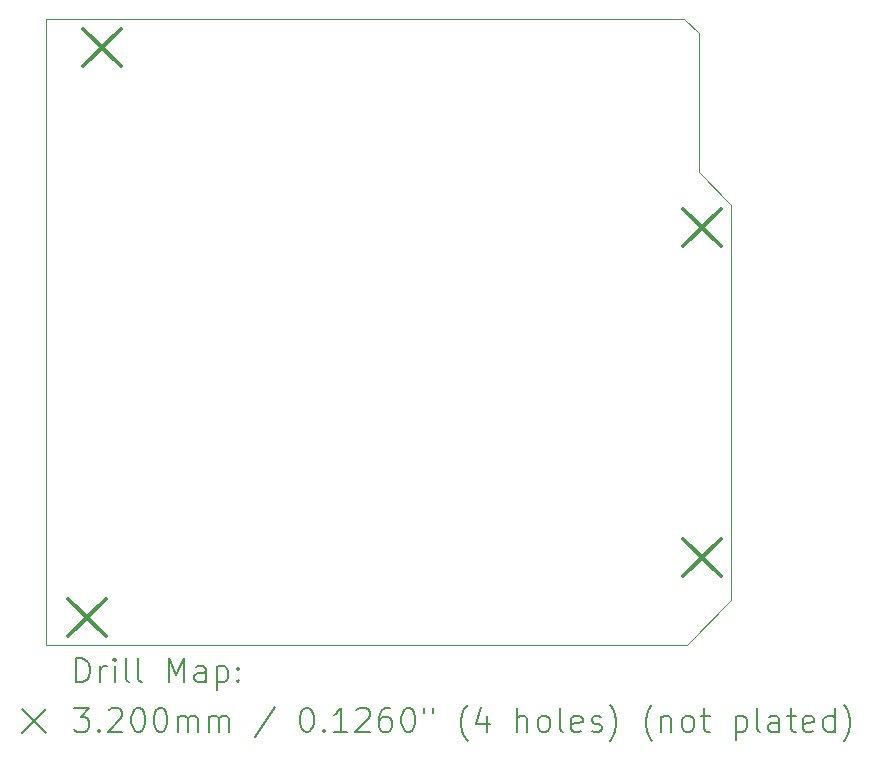
<source format=gbr>
%TF.GenerationSoftware,KiCad,Pcbnew,8.0.7+1*%
%TF.CreationDate,2025-02-19T15:00:17+01:00*%
%TF.ProjectId,ts14-arduino-shield,74733134-2d61-4726-9475-696e6f2d7368,rev?*%
%TF.SameCoordinates,Original*%
%TF.FileFunction,Drillmap*%
%TF.FilePolarity,Positive*%
%FSLAX45Y45*%
G04 Gerber Fmt 4.5, Leading zero omitted, Abs format (unit mm)*
G04 Created by KiCad (PCBNEW 8.0.7+1) date 2025-02-19 15:00:17*
%MOMM*%
%LPD*%
G01*
G04 APERTURE LIST*
%ADD10C,0.120000*%
%ADD11C,0.200000*%
%ADD12C,0.320000*%
G04 APERTURE END LIST*
D10*
X17525000Y-8300000D02*
X17800000Y-8575000D01*
X12000000Y-12300000D02*
X12000000Y-7000000D01*
X17425000Y-12300000D02*
X12000000Y-12300000D01*
X17400000Y-7000000D02*
X17525000Y-7125000D01*
X17800000Y-11925000D02*
X17425000Y-12300000D01*
X12000000Y-7000000D02*
X17400000Y-7000000D01*
X17800000Y-8575000D02*
X17800000Y-11925000D01*
X17525000Y-7125000D02*
X17525000Y-8300000D01*
D11*
D12*
X12184988Y-11910250D02*
X12504988Y-12230250D01*
X12504988Y-11910250D02*
X12184988Y-12230250D01*
X12311988Y-7084250D02*
X12631988Y-7404250D01*
X12631988Y-7084250D02*
X12311988Y-7404250D01*
X17391988Y-8608250D02*
X17711988Y-8928250D01*
X17711988Y-8608250D02*
X17391988Y-8928250D01*
X17391988Y-11402250D02*
X17711988Y-11722250D01*
X17711988Y-11402250D02*
X17391988Y-11722250D01*
D11*
X12254777Y-12617484D02*
X12254777Y-12417484D01*
X12254777Y-12417484D02*
X12302396Y-12417484D01*
X12302396Y-12417484D02*
X12330967Y-12427008D01*
X12330967Y-12427008D02*
X12350015Y-12446055D01*
X12350015Y-12446055D02*
X12359539Y-12465103D01*
X12359539Y-12465103D02*
X12369062Y-12503198D01*
X12369062Y-12503198D02*
X12369062Y-12531769D01*
X12369062Y-12531769D02*
X12359539Y-12569865D01*
X12359539Y-12569865D02*
X12350015Y-12588912D01*
X12350015Y-12588912D02*
X12330967Y-12607960D01*
X12330967Y-12607960D02*
X12302396Y-12617484D01*
X12302396Y-12617484D02*
X12254777Y-12617484D01*
X12454777Y-12617484D02*
X12454777Y-12484150D01*
X12454777Y-12522246D02*
X12464301Y-12503198D01*
X12464301Y-12503198D02*
X12473824Y-12493674D01*
X12473824Y-12493674D02*
X12492872Y-12484150D01*
X12492872Y-12484150D02*
X12511920Y-12484150D01*
X12578586Y-12617484D02*
X12578586Y-12484150D01*
X12578586Y-12417484D02*
X12569062Y-12427008D01*
X12569062Y-12427008D02*
X12578586Y-12436531D01*
X12578586Y-12436531D02*
X12588110Y-12427008D01*
X12588110Y-12427008D02*
X12578586Y-12417484D01*
X12578586Y-12417484D02*
X12578586Y-12436531D01*
X12702396Y-12617484D02*
X12683348Y-12607960D01*
X12683348Y-12607960D02*
X12673824Y-12588912D01*
X12673824Y-12588912D02*
X12673824Y-12417484D01*
X12807158Y-12617484D02*
X12788110Y-12607960D01*
X12788110Y-12607960D02*
X12778586Y-12588912D01*
X12778586Y-12588912D02*
X12778586Y-12417484D01*
X13035729Y-12617484D02*
X13035729Y-12417484D01*
X13035729Y-12417484D02*
X13102396Y-12560341D01*
X13102396Y-12560341D02*
X13169062Y-12417484D01*
X13169062Y-12417484D02*
X13169062Y-12617484D01*
X13350015Y-12617484D02*
X13350015Y-12512722D01*
X13350015Y-12512722D02*
X13340491Y-12493674D01*
X13340491Y-12493674D02*
X13321443Y-12484150D01*
X13321443Y-12484150D02*
X13283348Y-12484150D01*
X13283348Y-12484150D02*
X13264301Y-12493674D01*
X13350015Y-12607960D02*
X13330967Y-12617484D01*
X13330967Y-12617484D02*
X13283348Y-12617484D01*
X13283348Y-12617484D02*
X13264301Y-12607960D01*
X13264301Y-12607960D02*
X13254777Y-12588912D01*
X13254777Y-12588912D02*
X13254777Y-12569865D01*
X13254777Y-12569865D02*
X13264301Y-12550817D01*
X13264301Y-12550817D02*
X13283348Y-12541293D01*
X13283348Y-12541293D02*
X13330967Y-12541293D01*
X13330967Y-12541293D02*
X13350015Y-12531769D01*
X13445253Y-12484150D02*
X13445253Y-12684150D01*
X13445253Y-12493674D02*
X13464301Y-12484150D01*
X13464301Y-12484150D02*
X13502396Y-12484150D01*
X13502396Y-12484150D02*
X13521443Y-12493674D01*
X13521443Y-12493674D02*
X13530967Y-12503198D01*
X13530967Y-12503198D02*
X13540491Y-12522246D01*
X13540491Y-12522246D02*
X13540491Y-12579388D01*
X13540491Y-12579388D02*
X13530967Y-12598436D01*
X13530967Y-12598436D02*
X13521443Y-12607960D01*
X13521443Y-12607960D02*
X13502396Y-12617484D01*
X13502396Y-12617484D02*
X13464301Y-12617484D01*
X13464301Y-12617484D02*
X13445253Y-12607960D01*
X13626205Y-12598436D02*
X13635729Y-12607960D01*
X13635729Y-12607960D02*
X13626205Y-12617484D01*
X13626205Y-12617484D02*
X13616682Y-12607960D01*
X13616682Y-12607960D02*
X13626205Y-12598436D01*
X13626205Y-12598436D02*
X13626205Y-12617484D01*
X13626205Y-12493674D02*
X13635729Y-12503198D01*
X13635729Y-12503198D02*
X13626205Y-12512722D01*
X13626205Y-12512722D02*
X13616682Y-12503198D01*
X13616682Y-12503198D02*
X13626205Y-12493674D01*
X13626205Y-12493674D02*
X13626205Y-12512722D01*
X11794000Y-12846000D02*
X11994000Y-13046000D01*
X11994000Y-12846000D02*
X11794000Y-13046000D01*
X12235729Y-12837484D02*
X12359539Y-12837484D01*
X12359539Y-12837484D02*
X12292872Y-12913674D01*
X12292872Y-12913674D02*
X12321443Y-12913674D01*
X12321443Y-12913674D02*
X12340491Y-12923198D01*
X12340491Y-12923198D02*
X12350015Y-12932722D01*
X12350015Y-12932722D02*
X12359539Y-12951769D01*
X12359539Y-12951769D02*
X12359539Y-12999388D01*
X12359539Y-12999388D02*
X12350015Y-13018436D01*
X12350015Y-13018436D02*
X12340491Y-13027960D01*
X12340491Y-13027960D02*
X12321443Y-13037484D01*
X12321443Y-13037484D02*
X12264301Y-13037484D01*
X12264301Y-13037484D02*
X12245253Y-13027960D01*
X12245253Y-13027960D02*
X12235729Y-13018436D01*
X12445253Y-13018436D02*
X12454777Y-13027960D01*
X12454777Y-13027960D02*
X12445253Y-13037484D01*
X12445253Y-13037484D02*
X12435729Y-13027960D01*
X12435729Y-13027960D02*
X12445253Y-13018436D01*
X12445253Y-13018436D02*
X12445253Y-13037484D01*
X12530967Y-12856531D02*
X12540491Y-12847008D01*
X12540491Y-12847008D02*
X12559539Y-12837484D01*
X12559539Y-12837484D02*
X12607158Y-12837484D01*
X12607158Y-12837484D02*
X12626205Y-12847008D01*
X12626205Y-12847008D02*
X12635729Y-12856531D01*
X12635729Y-12856531D02*
X12645253Y-12875579D01*
X12645253Y-12875579D02*
X12645253Y-12894627D01*
X12645253Y-12894627D02*
X12635729Y-12923198D01*
X12635729Y-12923198D02*
X12521443Y-13037484D01*
X12521443Y-13037484D02*
X12645253Y-13037484D01*
X12769062Y-12837484D02*
X12788110Y-12837484D01*
X12788110Y-12837484D02*
X12807158Y-12847008D01*
X12807158Y-12847008D02*
X12816682Y-12856531D01*
X12816682Y-12856531D02*
X12826205Y-12875579D01*
X12826205Y-12875579D02*
X12835729Y-12913674D01*
X12835729Y-12913674D02*
X12835729Y-12961293D01*
X12835729Y-12961293D02*
X12826205Y-12999388D01*
X12826205Y-12999388D02*
X12816682Y-13018436D01*
X12816682Y-13018436D02*
X12807158Y-13027960D01*
X12807158Y-13027960D02*
X12788110Y-13037484D01*
X12788110Y-13037484D02*
X12769062Y-13037484D01*
X12769062Y-13037484D02*
X12750015Y-13027960D01*
X12750015Y-13027960D02*
X12740491Y-13018436D01*
X12740491Y-13018436D02*
X12730967Y-12999388D01*
X12730967Y-12999388D02*
X12721443Y-12961293D01*
X12721443Y-12961293D02*
X12721443Y-12913674D01*
X12721443Y-12913674D02*
X12730967Y-12875579D01*
X12730967Y-12875579D02*
X12740491Y-12856531D01*
X12740491Y-12856531D02*
X12750015Y-12847008D01*
X12750015Y-12847008D02*
X12769062Y-12837484D01*
X12959539Y-12837484D02*
X12978586Y-12837484D01*
X12978586Y-12837484D02*
X12997634Y-12847008D01*
X12997634Y-12847008D02*
X13007158Y-12856531D01*
X13007158Y-12856531D02*
X13016682Y-12875579D01*
X13016682Y-12875579D02*
X13026205Y-12913674D01*
X13026205Y-12913674D02*
X13026205Y-12961293D01*
X13026205Y-12961293D02*
X13016682Y-12999388D01*
X13016682Y-12999388D02*
X13007158Y-13018436D01*
X13007158Y-13018436D02*
X12997634Y-13027960D01*
X12997634Y-13027960D02*
X12978586Y-13037484D01*
X12978586Y-13037484D02*
X12959539Y-13037484D01*
X12959539Y-13037484D02*
X12940491Y-13027960D01*
X12940491Y-13027960D02*
X12930967Y-13018436D01*
X12930967Y-13018436D02*
X12921443Y-12999388D01*
X12921443Y-12999388D02*
X12911920Y-12961293D01*
X12911920Y-12961293D02*
X12911920Y-12913674D01*
X12911920Y-12913674D02*
X12921443Y-12875579D01*
X12921443Y-12875579D02*
X12930967Y-12856531D01*
X12930967Y-12856531D02*
X12940491Y-12847008D01*
X12940491Y-12847008D02*
X12959539Y-12837484D01*
X13111920Y-13037484D02*
X13111920Y-12904150D01*
X13111920Y-12923198D02*
X13121443Y-12913674D01*
X13121443Y-12913674D02*
X13140491Y-12904150D01*
X13140491Y-12904150D02*
X13169063Y-12904150D01*
X13169063Y-12904150D02*
X13188110Y-12913674D01*
X13188110Y-12913674D02*
X13197634Y-12932722D01*
X13197634Y-12932722D02*
X13197634Y-13037484D01*
X13197634Y-12932722D02*
X13207158Y-12913674D01*
X13207158Y-12913674D02*
X13226205Y-12904150D01*
X13226205Y-12904150D02*
X13254777Y-12904150D01*
X13254777Y-12904150D02*
X13273824Y-12913674D01*
X13273824Y-12913674D02*
X13283348Y-12932722D01*
X13283348Y-12932722D02*
X13283348Y-13037484D01*
X13378586Y-13037484D02*
X13378586Y-12904150D01*
X13378586Y-12923198D02*
X13388110Y-12913674D01*
X13388110Y-12913674D02*
X13407158Y-12904150D01*
X13407158Y-12904150D02*
X13435729Y-12904150D01*
X13435729Y-12904150D02*
X13454777Y-12913674D01*
X13454777Y-12913674D02*
X13464301Y-12932722D01*
X13464301Y-12932722D02*
X13464301Y-13037484D01*
X13464301Y-12932722D02*
X13473824Y-12913674D01*
X13473824Y-12913674D02*
X13492872Y-12904150D01*
X13492872Y-12904150D02*
X13521443Y-12904150D01*
X13521443Y-12904150D02*
X13540491Y-12913674D01*
X13540491Y-12913674D02*
X13550015Y-12932722D01*
X13550015Y-12932722D02*
X13550015Y-13037484D01*
X13940491Y-12827960D02*
X13769063Y-13085103D01*
X14197634Y-12837484D02*
X14216682Y-12837484D01*
X14216682Y-12837484D02*
X14235729Y-12847008D01*
X14235729Y-12847008D02*
X14245253Y-12856531D01*
X14245253Y-12856531D02*
X14254777Y-12875579D01*
X14254777Y-12875579D02*
X14264301Y-12913674D01*
X14264301Y-12913674D02*
X14264301Y-12961293D01*
X14264301Y-12961293D02*
X14254777Y-12999388D01*
X14254777Y-12999388D02*
X14245253Y-13018436D01*
X14245253Y-13018436D02*
X14235729Y-13027960D01*
X14235729Y-13027960D02*
X14216682Y-13037484D01*
X14216682Y-13037484D02*
X14197634Y-13037484D01*
X14197634Y-13037484D02*
X14178586Y-13027960D01*
X14178586Y-13027960D02*
X14169063Y-13018436D01*
X14169063Y-13018436D02*
X14159539Y-12999388D01*
X14159539Y-12999388D02*
X14150015Y-12961293D01*
X14150015Y-12961293D02*
X14150015Y-12913674D01*
X14150015Y-12913674D02*
X14159539Y-12875579D01*
X14159539Y-12875579D02*
X14169063Y-12856531D01*
X14169063Y-12856531D02*
X14178586Y-12847008D01*
X14178586Y-12847008D02*
X14197634Y-12837484D01*
X14350015Y-13018436D02*
X14359539Y-13027960D01*
X14359539Y-13027960D02*
X14350015Y-13037484D01*
X14350015Y-13037484D02*
X14340491Y-13027960D01*
X14340491Y-13027960D02*
X14350015Y-13018436D01*
X14350015Y-13018436D02*
X14350015Y-13037484D01*
X14550015Y-13037484D02*
X14435729Y-13037484D01*
X14492872Y-13037484D02*
X14492872Y-12837484D01*
X14492872Y-12837484D02*
X14473825Y-12866055D01*
X14473825Y-12866055D02*
X14454777Y-12885103D01*
X14454777Y-12885103D02*
X14435729Y-12894627D01*
X14626206Y-12856531D02*
X14635729Y-12847008D01*
X14635729Y-12847008D02*
X14654777Y-12837484D01*
X14654777Y-12837484D02*
X14702396Y-12837484D01*
X14702396Y-12837484D02*
X14721444Y-12847008D01*
X14721444Y-12847008D02*
X14730967Y-12856531D01*
X14730967Y-12856531D02*
X14740491Y-12875579D01*
X14740491Y-12875579D02*
X14740491Y-12894627D01*
X14740491Y-12894627D02*
X14730967Y-12923198D01*
X14730967Y-12923198D02*
X14616682Y-13037484D01*
X14616682Y-13037484D02*
X14740491Y-13037484D01*
X14911920Y-12837484D02*
X14873825Y-12837484D01*
X14873825Y-12837484D02*
X14854777Y-12847008D01*
X14854777Y-12847008D02*
X14845253Y-12856531D01*
X14845253Y-12856531D02*
X14826206Y-12885103D01*
X14826206Y-12885103D02*
X14816682Y-12923198D01*
X14816682Y-12923198D02*
X14816682Y-12999388D01*
X14816682Y-12999388D02*
X14826206Y-13018436D01*
X14826206Y-13018436D02*
X14835729Y-13027960D01*
X14835729Y-13027960D02*
X14854777Y-13037484D01*
X14854777Y-13037484D02*
X14892872Y-13037484D01*
X14892872Y-13037484D02*
X14911920Y-13027960D01*
X14911920Y-13027960D02*
X14921444Y-13018436D01*
X14921444Y-13018436D02*
X14930967Y-12999388D01*
X14930967Y-12999388D02*
X14930967Y-12951769D01*
X14930967Y-12951769D02*
X14921444Y-12932722D01*
X14921444Y-12932722D02*
X14911920Y-12923198D01*
X14911920Y-12923198D02*
X14892872Y-12913674D01*
X14892872Y-12913674D02*
X14854777Y-12913674D01*
X14854777Y-12913674D02*
X14835729Y-12923198D01*
X14835729Y-12923198D02*
X14826206Y-12932722D01*
X14826206Y-12932722D02*
X14816682Y-12951769D01*
X15054777Y-12837484D02*
X15073825Y-12837484D01*
X15073825Y-12837484D02*
X15092872Y-12847008D01*
X15092872Y-12847008D02*
X15102396Y-12856531D01*
X15102396Y-12856531D02*
X15111920Y-12875579D01*
X15111920Y-12875579D02*
X15121444Y-12913674D01*
X15121444Y-12913674D02*
X15121444Y-12961293D01*
X15121444Y-12961293D02*
X15111920Y-12999388D01*
X15111920Y-12999388D02*
X15102396Y-13018436D01*
X15102396Y-13018436D02*
X15092872Y-13027960D01*
X15092872Y-13027960D02*
X15073825Y-13037484D01*
X15073825Y-13037484D02*
X15054777Y-13037484D01*
X15054777Y-13037484D02*
X15035729Y-13027960D01*
X15035729Y-13027960D02*
X15026206Y-13018436D01*
X15026206Y-13018436D02*
X15016682Y-12999388D01*
X15016682Y-12999388D02*
X15007158Y-12961293D01*
X15007158Y-12961293D02*
X15007158Y-12913674D01*
X15007158Y-12913674D02*
X15016682Y-12875579D01*
X15016682Y-12875579D02*
X15026206Y-12856531D01*
X15026206Y-12856531D02*
X15035729Y-12847008D01*
X15035729Y-12847008D02*
X15054777Y-12837484D01*
X15197634Y-12837484D02*
X15197634Y-12875579D01*
X15273825Y-12837484D02*
X15273825Y-12875579D01*
X15569063Y-13113674D02*
X15559539Y-13104150D01*
X15559539Y-13104150D02*
X15540491Y-13075579D01*
X15540491Y-13075579D02*
X15530968Y-13056531D01*
X15530968Y-13056531D02*
X15521444Y-13027960D01*
X15521444Y-13027960D02*
X15511920Y-12980341D01*
X15511920Y-12980341D02*
X15511920Y-12942246D01*
X15511920Y-12942246D02*
X15521444Y-12894627D01*
X15521444Y-12894627D02*
X15530968Y-12866055D01*
X15530968Y-12866055D02*
X15540491Y-12847008D01*
X15540491Y-12847008D02*
X15559539Y-12818436D01*
X15559539Y-12818436D02*
X15569063Y-12808912D01*
X15730968Y-12904150D02*
X15730968Y-13037484D01*
X15683348Y-12827960D02*
X15635729Y-12970817D01*
X15635729Y-12970817D02*
X15759539Y-12970817D01*
X15988110Y-13037484D02*
X15988110Y-12837484D01*
X16073825Y-13037484D02*
X16073825Y-12932722D01*
X16073825Y-12932722D02*
X16064301Y-12913674D01*
X16064301Y-12913674D02*
X16045253Y-12904150D01*
X16045253Y-12904150D02*
X16016682Y-12904150D01*
X16016682Y-12904150D02*
X15997634Y-12913674D01*
X15997634Y-12913674D02*
X15988110Y-12923198D01*
X16197634Y-13037484D02*
X16178587Y-13027960D01*
X16178587Y-13027960D02*
X16169063Y-13018436D01*
X16169063Y-13018436D02*
X16159539Y-12999388D01*
X16159539Y-12999388D02*
X16159539Y-12942246D01*
X16159539Y-12942246D02*
X16169063Y-12923198D01*
X16169063Y-12923198D02*
X16178587Y-12913674D01*
X16178587Y-12913674D02*
X16197634Y-12904150D01*
X16197634Y-12904150D02*
X16226206Y-12904150D01*
X16226206Y-12904150D02*
X16245253Y-12913674D01*
X16245253Y-12913674D02*
X16254777Y-12923198D01*
X16254777Y-12923198D02*
X16264301Y-12942246D01*
X16264301Y-12942246D02*
X16264301Y-12999388D01*
X16264301Y-12999388D02*
X16254777Y-13018436D01*
X16254777Y-13018436D02*
X16245253Y-13027960D01*
X16245253Y-13027960D02*
X16226206Y-13037484D01*
X16226206Y-13037484D02*
X16197634Y-13037484D01*
X16378587Y-13037484D02*
X16359539Y-13027960D01*
X16359539Y-13027960D02*
X16350015Y-13008912D01*
X16350015Y-13008912D02*
X16350015Y-12837484D01*
X16530968Y-13027960D02*
X16511920Y-13037484D01*
X16511920Y-13037484D02*
X16473825Y-13037484D01*
X16473825Y-13037484D02*
X16454777Y-13027960D01*
X16454777Y-13027960D02*
X16445253Y-13008912D01*
X16445253Y-13008912D02*
X16445253Y-12932722D01*
X16445253Y-12932722D02*
X16454777Y-12913674D01*
X16454777Y-12913674D02*
X16473825Y-12904150D01*
X16473825Y-12904150D02*
X16511920Y-12904150D01*
X16511920Y-12904150D02*
X16530968Y-12913674D01*
X16530968Y-12913674D02*
X16540491Y-12932722D01*
X16540491Y-12932722D02*
X16540491Y-12951769D01*
X16540491Y-12951769D02*
X16445253Y-12970817D01*
X16616682Y-13027960D02*
X16635730Y-13037484D01*
X16635730Y-13037484D02*
X16673825Y-13037484D01*
X16673825Y-13037484D02*
X16692872Y-13027960D01*
X16692872Y-13027960D02*
X16702396Y-13008912D01*
X16702396Y-13008912D02*
X16702396Y-12999388D01*
X16702396Y-12999388D02*
X16692872Y-12980341D01*
X16692872Y-12980341D02*
X16673825Y-12970817D01*
X16673825Y-12970817D02*
X16645253Y-12970817D01*
X16645253Y-12970817D02*
X16626206Y-12961293D01*
X16626206Y-12961293D02*
X16616682Y-12942246D01*
X16616682Y-12942246D02*
X16616682Y-12932722D01*
X16616682Y-12932722D02*
X16626206Y-12913674D01*
X16626206Y-12913674D02*
X16645253Y-12904150D01*
X16645253Y-12904150D02*
X16673825Y-12904150D01*
X16673825Y-12904150D02*
X16692872Y-12913674D01*
X16769063Y-13113674D02*
X16778587Y-13104150D01*
X16778587Y-13104150D02*
X16797634Y-13075579D01*
X16797634Y-13075579D02*
X16807158Y-13056531D01*
X16807158Y-13056531D02*
X16816682Y-13027960D01*
X16816682Y-13027960D02*
X16826206Y-12980341D01*
X16826206Y-12980341D02*
X16826206Y-12942246D01*
X16826206Y-12942246D02*
X16816682Y-12894627D01*
X16816682Y-12894627D02*
X16807158Y-12866055D01*
X16807158Y-12866055D02*
X16797634Y-12847008D01*
X16797634Y-12847008D02*
X16778587Y-12818436D01*
X16778587Y-12818436D02*
X16769063Y-12808912D01*
X17130968Y-13113674D02*
X17121444Y-13104150D01*
X17121444Y-13104150D02*
X17102396Y-13075579D01*
X17102396Y-13075579D02*
X17092873Y-13056531D01*
X17092873Y-13056531D02*
X17083349Y-13027960D01*
X17083349Y-13027960D02*
X17073825Y-12980341D01*
X17073825Y-12980341D02*
X17073825Y-12942246D01*
X17073825Y-12942246D02*
X17083349Y-12894627D01*
X17083349Y-12894627D02*
X17092873Y-12866055D01*
X17092873Y-12866055D02*
X17102396Y-12847008D01*
X17102396Y-12847008D02*
X17121444Y-12818436D01*
X17121444Y-12818436D02*
X17130968Y-12808912D01*
X17207158Y-12904150D02*
X17207158Y-13037484D01*
X17207158Y-12923198D02*
X17216682Y-12913674D01*
X17216682Y-12913674D02*
X17235730Y-12904150D01*
X17235730Y-12904150D02*
X17264301Y-12904150D01*
X17264301Y-12904150D02*
X17283349Y-12913674D01*
X17283349Y-12913674D02*
X17292873Y-12932722D01*
X17292873Y-12932722D02*
X17292873Y-13037484D01*
X17416682Y-13037484D02*
X17397634Y-13027960D01*
X17397634Y-13027960D02*
X17388111Y-13018436D01*
X17388111Y-13018436D02*
X17378587Y-12999388D01*
X17378587Y-12999388D02*
X17378587Y-12942246D01*
X17378587Y-12942246D02*
X17388111Y-12923198D01*
X17388111Y-12923198D02*
X17397634Y-12913674D01*
X17397634Y-12913674D02*
X17416682Y-12904150D01*
X17416682Y-12904150D02*
X17445254Y-12904150D01*
X17445254Y-12904150D02*
X17464301Y-12913674D01*
X17464301Y-12913674D02*
X17473825Y-12923198D01*
X17473825Y-12923198D02*
X17483349Y-12942246D01*
X17483349Y-12942246D02*
X17483349Y-12999388D01*
X17483349Y-12999388D02*
X17473825Y-13018436D01*
X17473825Y-13018436D02*
X17464301Y-13027960D01*
X17464301Y-13027960D02*
X17445254Y-13037484D01*
X17445254Y-13037484D02*
X17416682Y-13037484D01*
X17540492Y-12904150D02*
X17616682Y-12904150D01*
X17569063Y-12837484D02*
X17569063Y-13008912D01*
X17569063Y-13008912D02*
X17578587Y-13027960D01*
X17578587Y-13027960D02*
X17597634Y-13037484D01*
X17597634Y-13037484D02*
X17616682Y-13037484D01*
X17835730Y-12904150D02*
X17835730Y-13104150D01*
X17835730Y-12913674D02*
X17854777Y-12904150D01*
X17854777Y-12904150D02*
X17892873Y-12904150D01*
X17892873Y-12904150D02*
X17911920Y-12913674D01*
X17911920Y-12913674D02*
X17921444Y-12923198D01*
X17921444Y-12923198D02*
X17930968Y-12942246D01*
X17930968Y-12942246D02*
X17930968Y-12999388D01*
X17930968Y-12999388D02*
X17921444Y-13018436D01*
X17921444Y-13018436D02*
X17911920Y-13027960D01*
X17911920Y-13027960D02*
X17892873Y-13037484D01*
X17892873Y-13037484D02*
X17854777Y-13037484D01*
X17854777Y-13037484D02*
X17835730Y-13027960D01*
X18045254Y-13037484D02*
X18026206Y-13027960D01*
X18026206Y-13027960D02*
X18016682Y-13008912D01*
X18016682Y-13008912D02*
X18016682Y-12837484D01*
X18207158Y-13037484D02*
X18207158Y-12932722D01*
X18207158Y-12932722D02*
X18197635Y-12913674D01*
X18197635Y-12913674D02*
X18178587Y-12904150D01*
X18178587Y-12904150D02*
X18140492Y-12904150D01*
X18140492Y-12904150D02*
X18121444Y-12913674D01*
X18207158Y-13027960D02*
X18188111Y-13037484D01*
X18188111Y-13037484D02*
X18140492Y-13037484D01*
X18140492Y-13037484D02*
X18121444Y-13027960D01*
X18121444Y-13027960D02*
X18111920Y-13008912D01*
X18111920Y-13008912D02*
X18111920Y-12989865D01*
X18111920Y-12989865D02*
X18121444Y-12970817D01*
X18121444Y-12970817D02*
X18140492Y-12961293D01*
X18140492Y-12961293D02*
X18188111Y-12961293D01*
X18188111Y-12961293D02*
X18207158Y-12951769D01*
X18273825Y-12904150D02*
X18350015Y-12904150D01*
X18302396Y-12837484D02*
X18302396Y-13008912D01*
X18302396Y-13008912D02*
X18311920Y-13027960D01*
X18311920Y-13027960D02*
X18330968Y-13037484D01*
X18330968Y-13037484D02*
X18350015Y-13037484D01*
X18492873Y-13027960D02*
X18473825Y-13037484D01*
X18473825Y-13037484D02*
X18435730Y-13037484D01*
X18435730Y-13037484D02*
X18416682Y-13027960D01*
X18416682Y-13027960D02*
X18407158Y-13008912D01*
X18407158Y-13008912D02*
X18407158Y-12932722D01*
X18407158Y-12932722D02*
X18416682Y-12913674D01*
X18416682Y-12913674D02*
X18435730Y-12904150D01*
X18435730Y-12904150D02*
X18473825Y-12904150D01*
X18473825Y-12904150D02*
X18492873Y-12913674D01*
X18492873Y-12913674D02*
X18502396Y-12932722D01*
X18502396Y-12932722D02*
X18502396Y-12951769D01*
X18502396Y-12951769D02*
X18407158Y-12970817D01*
X18673825Y-13037484D02*
X18673825Y-12837484D01*
X18673825Y-13027960D02*
X18654777Y-13037484D01*
X18654777Y-13037484D02*
X18616682Y-13037484D01*
X18616682Y-13037484D02*
X18597635Y-13027960D01*
X18597635Y-13027960D02*
X18588111Y-13018436D01*
X18588111Y-13018436D02*
X18578587Y-12999388D01*
X18578587Y-12999388D02*
X18578587Y-12942246D01*
X18578587Y-12942246D02*
X18588111Y-12923198D01*
X18588111Y-12923198D02*
X18597635Y-12913674D01*
X18597635Y-12913674D02*
X18616682Y-12904150D01*
X18616682Y-12904150D02*
X18654777Y-12904150D01*
X18654777Y-12904150D02*
X18673825Y-12913674D01*
X18750016Y-13113674D02*
X18759539Y-13104150D01*
X18759539Y-13104150D02*
X18778587Y-13075579D01*
X18778587Y-13075579D02*
X18788111Y-13056531D01*
X18788111Y-13056531D02*
X18797635Y-13027960D01*
X18797635Y-13027960D02*
X18807158Y-12980341D01*
X18807158Y-12980341D02*
X18807158Y-12942246D01*
X18807158Y-12942246D02*
X18797635Y-12894627D01*
X18797635Y-12894627D02*
X18788111Y-12866055D01*
X18788111Y-12866055D02*
X18778587Y-12847008D01*
X18778587Y-12847008D02*
X18759539Y-12818436D01*
X18759539Y-12818436D02*
X18750016Y-12808912D01*
M02*

</source>
